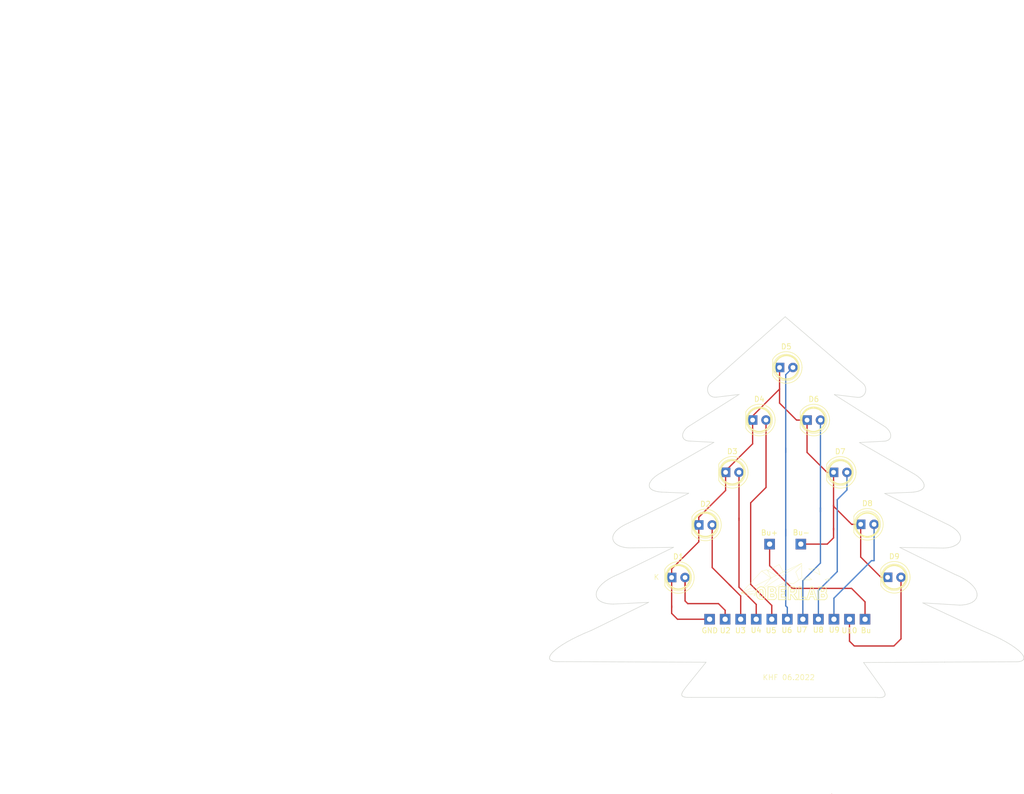
<source format=kicad_pcb>
(kicad_pcb (version 20241229) (generator "pcbnew") (generator_version "9.0")
  (layers (0 "F.Cu" signal) (2 "B.Cu" signal) (13 "F.Paste" user) (15 "B.Paste" user) (5 "F.SilkS" user) (7 "B.SilkS" user) (1 "F.Mask" user) (3 "B.Mask" user) (25 "Edge.Cuts" user))
  (net 0 "")
  (net 1 "Net-(D1-Pad1)")
  (net 2 "Net-(D1-Pad2)")
  (net 3 "Net-(D2-Pad2)")
  (net 4 "Net-(D3-Pad2)")
  (net 5 "Net-(D4-Pad2)")
  (net 6 "Net-(D5-Pad2)")
  (net 7 "Net-(D6-Pad2)")
  (net 8 "Net-(D7-Pad2)")
  (net 9 "Net-(D8-Pad2)")
  (net 10 "Net-(D9-Pad2)")
  (net 11 "Net-(U11-Pad1)")
  (footprint "LOGO" (layer "F.Cu") (at 0 0)
    (property "Reference" "G***" (hide yes))
    (property "Value" "LOGO" (hide yes))
  )
  (footprint "KHF_LIB:LP" (layer "F.Cu") (at 131.62 115.959)
    (property "Reference" "GND" (at 0.03 2.14 0) (layer "F.SilkS"))
    (property "Value" "LP")
    (pad "1" thru_hole rect (at 0 0) (size 2 2) (drill 1) (layers "*.Cu" "*.Mask") (net 1 "Net-(D1-Pad1)"))
  )
  (footprint "LED_THT:LED_D5.0mm" (layer "F.Cu") (at 129.57 98.09)
    (property "Reference" "D2" (at 1.27 -3.96 0) (layer "F.SilkS"))
    (property "Value" "LED")
    (pad "1" thru_hole rect (at 0 0) (size 1.8 1.8) (drill 0.9) (layers "*.Cu" "*.Mask") (net 1 "Net-(D1-Pad1)"))
    (pad "2" thru_hole circle (at 2.54 0) (size 1.8 1.8) (drill 0.9) (layers "*.Cu" "*.Mask") (net 3 "Net-(D2-Pad2)"))
  )
  (footprint "LED_THT:LED_D5.0mm" (layer "F.Cu") (at 134.65 88.11)
    (property "Reference" "D3" (at 1.27 -3.96 0) (layer "F.SilkS"))
    (property "Value" "LED")
    (pad "1" thru_hole rect (at 0 0) (size 1.8 1.8) (drill 0.9) (layers "*.Cu" "*.Mask") (net 1 "Net-(D1-Pad1)"))
    (pad "2" thru_hole circle (at 2.54 0) (size 1.8 1.8) (drill 0.9) (layers "*.Cu" "*.Mask") (net 4 "Net-(D3-Pad2)"))
  )
  (footprint "LED_THT:LED_D5.0mm" (layer "F.Cu") (at 139.77 78.2)
    (property "Reference" "D4" (at 1.27 -3.96 0) (layer "F.SilkS"))
    (property "Value" "LED")
    (pad "1" thru_hole rect (at 0 0) (size 1.8 1.8) (drill 0.9) (layers "*.Cu" "*.Mask") (net 1 "Net-(D1-Pad1)"))
    (pad "2" thru_hole circle (at 2.54 0) (size 1.8 1.8) (drill 0.9) (layers "*.Cu" "*.Mask") (net 5 "Net-(D4-Pad2)"))
  )
  (footprint "LED_THT:LED_D5.0mm" (layer "F.Cu") (at 144.87 68.24)
    (property "Reference" "D5" (at 1.27 -3.96 0) (layer "F.SilkS"))
    (property "Value" "LED")
    (pad "1" thru_hole rect (at 0 0) (size 1.8 1.8) (drill 0.9) (layers "*.Cu" "*.Mask") (net 1 "Net-(D1-Pad1)"))
    (pad "2" thru_hole circle (at 2.54 0) (size 1.8 1.8) (drill 0.9) (layers "*.Cu" "*.Mask") (net 6 "Net-(D5-Pad2)"))
  )
  (footprint "LED_THT:LED_D5.0mm" (layer "F.Cu") (at 150.08 78.21)
    (property "Reference" "D6" (at 1.27 -3.96 0) (layer "F.SilkS"))
    (property "Value" "LED")
    (pad "1" thru_hole rect (at 0 0) (size 1.8 1.8) (drill 0.9) (layers "*.Cu" "*.Mask") (net 1 "Net-(D1-Pad1)"))
    (pad "2" thru_hole circle (at 2.54 0) (size 1.8 1.8) (drill 0.9) (layers "*.Cu" "*.Mask") (net 7 "Net-(D6-Pad2)"))
  )
  (footprint "LED_THT:LED_D5.0mm" (layer "F.Cu") (at 155.1 88.12)
    (property "Reference" "D7" (at 1.27 -3.96 0) (layer "F.SilkS"))
    (property "Value" "LED")
    (pad "1" thru_hole rect (at 0 0) (size 1.8 1.8) (drill 0.9) (layers "*.Cu" "*.Mask") (net 1 "Net-(D1-Pad1)"))
    (pad "2" thru_hole circle (at 2.54 0) (size 1.8 1.8) (drill 0.9) (layers "*.Cu" "*.Mask") (net 8 "Net-(D7-Pad2)"))
  )
  (footprint "LED_THT:LED_D5.0mm" (layer "F.Cu") (at 160.24 97.97)
    (property "Reference" "D8" (at 1.27 -3.96 0) (layer "F.SilkS"))
    (property "Value" "LED")
    (pad "1" thru_hole rect (at 0 0) (size 1.8 1.8) (drill 0.9) (layers "*.Cu" "*.Mask") (net 1 "Net-(D1-Pad1)"))
    (pad "2" thru_hole circle (at 2.54 0) (size 1.8 1.8) (drill 0.9) (layers "*.Cu" "*.Mask") (net 9 "Net-(D8-Pad2)"))
  )
  (footprint "LED_THT:LED_D5.0mm" (layer "F.Cu") (at 165.34 108.01)
    (property "Reference" "D9" (at 1.27 -3.96 0) (layer "F.SilkS"))
    (property "Value" "LED")
    (pad "1" thru_hole rect (at 0 0) (size 1.8 1.8) (drill 0.9) (layers "*.Cu" "*.Mask") (net 1 "Net-(D1-Pad1)"))
    (pad "2" thru_hole circle (at 2.54 0) (size 1.8 1.8) (drill 0.9) (layers "*.Cu" "*.Mask") (net 10 "Net-(D9-Pad2)"))
  )
  (footprint "KHF_LIB:LP" (layer "F.Cu") (at 148.9 101.72)
    (property "Reference" "Bu-" (at 0.07 -2.18 0) (layer "F.SilkS"))
    (property "Value" "LP_GND")
    (pad "1" thru_hole rect (at 0 0) (size 2 2) (drill 1) (layers "*.Cu" "*.Mask") (net 1 "Net-(D1-Pad1)"))
  )
  (footprint "KHF_LIB:LP" (layer "F.Cu") (at 134.564454 115.959)
    (property "Reference" "U2" (at 0.025546 2.131 0) (layer "F.SilkS"))
    (property "Value" "LP")
    (pad "1" thru_hole rect (at 0 0) (size 2 2) (drill 1) (layers "*.Cu" "*.Mask") (net 2 "Net-(D1-Pad2)"))
  )
  (footprint "KHF_LIB:LP" (layer "F.Cu") (at 137.508908 115.959)
    (property "Reference" "U3" (at -0.048908 2.131 0) (layer "F.SilkS"))
    (property "Value" "LP")
    (pad "1" thru_hole rect (at 0 0) (size 2 2) (drill 1) (layers "*.Cu" "*.Mask") (net 3 "Net-(D2-Pad2)"))
  )
  (footprint "KHF_LIB:LP" (layer "F.Cu") (at 140.453362 115.959)
    (property "Reference" "U4" (at -0.023362 2.081 0) (layer "F.SilkS"))
    (property "Value" "LP")
    (pad "1" thru_hole rect (at 0 0) (size 2 2) (drill 1) (layers "*.Cu" "*.Mask") (net 4 "Net-(D3-Pad2)"))
  )
  (footprint "KHF_LIB:LP" (layer "F.Cu") (at 143.397816 115.959)
    (property "Reference" "U5" (at -0.137816 2.131 0) (layer "F.SilkS"))
    (property "Value" "LP")
    (pad "1" thru_hole rect (at 0 0) (size 2 2) (drill 1) (layers "*.Cu" "*.Mask") (net 5 "Net-(D4-Pad2)"))
  )
  (footprint "KHF_LIB:LP" (layer "F.Cu") (at 146.34227 115.959)
    (property "Reference" "U6" (at -0.08548 2.08 0) (layer "F.SilkS"))
    (property "Value" "LP")
    (pad "1" thru_hole rect (at 0 0) (size 2 2) (drill 1) (layers "*.Cu" "*.Mask") (net 6 "Net-(D5-Pad2)"))
  )
  (footprint "KHF_LIB:LP" (layer "F.Cu") (at 149.286724 115.959)
    (property "Reference" "U7" (at -0.213338 2 0) (layer "F.SilkS"))
    (property "Value" "LP")
    (pad "1" thru_hole rect (at 0 0) (size 2 2) (drill 1) (layers "*.Cu" "*.Mask") (net 7 "Net-(D6-Pad2)"))
  )
  (footprint "KHF_LIB:LP" (layer "F.Cu") (at 152.231178 115.959)
    (property "Reference" "U8" (at -0.021178 2.031 0) (layer "F.SilkS"))
    (property "Value" "LP")
    (pad "1" thru_hole rect (at 0 0) (size 2 2) (drill 1) (layers "*.Cu" "*.Mask") (net 8 "Net-(D7-Pad2)"))
  )
  (footprint "KHF_LIB:LP" (layer "F.Cu") (at 155.175632 115.959)
    (property "Reference" "U9" (at 0.054368 2.031 0) (layer "F.SilkS"))
    (property "Value" "LP")
    (pad "1" thru_hole rect (at 0 0) (size 2 2) (drill 1) (layers "*.Cu" "*.Mask") (net 9 "Net-(D8-Pad2)"))
  )
  (footprint "KHF_LIB:LP" (layer "F.Cu") (at 158.120086 115.959)
    (property "Reference" "U10" (at -0.020086 2.131 0) (layer "F.SilkS"))
    (property "Value" "LP")
    (pad "1" thru_hole rect (at 0 0) (size 2 2) (drill 1) (layers "*.Cu" "*.Mask") (net 10 "Net-(D9-Pad2)"))
  )
  (footprint "KHF_LIB:LP" (layer "F.Cu") (at 161.06454 115.959)
    (property "Reference" "Bu" (at 0.18 2.12 0) (layer "F.SilkS"))
    (property "Value" "LP")
    (pad "1" thru_hole rect (at 0 0) (size 2 2) (drill 1) (layers "*.Cu" "*.Mask") (net 11 "Net-(U11-Pad1)"))
  )
  (footprint "KHF_LIB:LP" (layer "F.Cu") (at 142.99 101.72)
    (property "Reference" "Bu+" (at -0.05 -2.16 0) (layer "F.SilkS"))
    (property "Value" "LP")
    (pad "1" thru_hole rect (at 0 0) (size 2 2) (drill 1) (layers "*.Cu" "*.Mask") (net 11 "Net-(U11-Pad1)"))
  )
  (footprint "LED_THT:LED_D5.0mm" (layer "F.Cu") (at 124.43 108.05)
    (property "Reference" "D1" (at 1.27 -3.96 0) (layer "F.SilkS"))
    (property "Value" "LED")
    (pad "1" thru_hole rect (at 0 0) (size 1.8 1.8) (drill 0.9) (layers "*.Cu" "*.Mask") (net 1 "Net-(D1-Pad1)"))
    (pad "2" thru_hole circle (at 2.54 0) (size 1.8 1.8) (drill 0.9) (layers "*.Cu" "*.Mask") (net 2 "Net-(D1-Pad2)"))
  )
  (footprint "!Goody:ob-logo_F.SilkS" (layer "F.Cu") (at 146.14 110)
    (property "Reference" "G***" (hide yes))
    (property "Value" "LOGO" (hide yes))
  )
  (footprint "LOGO" (layer "F.Cu") (at 0 0)
    (property "Reference" "G***" (hide yes))
    (property "Value" "LOGO" (hide yes))
  )
  (footprint "LOGO" (layer "F.Cu") (at 0 0)
    (property "Reference" "G***" (hide yes))
    (property "Value" "LOGO" (hide yes))
  )
  (footprint "LOGO" (layer "F.Cu") (at 0 0)
    (property "Reference" "G***" (hide yes))
    (property "Value" "LOGO" (hide yes))
  )
  (footprint "LOGO" (layer "F.Cu") (at 147.2 96.6)
    (property "Reference" "G***" (hide yes))
    (property "Value" "LOGO" (hide yes))
  )
  (footprint "LOGO" (layer "F.Cu") (at 0 0)
    (property "Reference" "G***" (hide yes))
    (property "Value" "LOGO" (hide yes))
  )
  (footprint "LOGO" (layer "F.Cu") (at 0 0)
    (property "Reference" "G***" (hide yes))
    (property "Value" "LOGO" (hide yes))
  )
  (gr_line (start 181.595598 112.598999) (end 181.782998 112.445799) (stroke (width 0.1)) (layer "Edge.Cuts"))
  (gr_line (start 181.378898 112.739399) (end 181.595598 112.598999) (stroke (width 0.1)) (layer "Edge.Cuts"))
  (gr_line (start 181.132898 112.866299) (end 181.378898 112.739399) (stroke (width 0.1)) (layer "Edge.Cuts"))
  (gr_line (start 180.857498 112.978599) (end 181.132898 112.866299) (stroke (width 0.1)) (layer "Edge.Cuts"))
  (gr_line (start 184.504098 118.638999) (end 183.175398 118.086099) (stroke (width 0.1)) (layer "Edge.Cuts"))
  (gr_line (start 180.218798 113.156399) (end 180.552798 113.075599) (stroke (width 0.1)) (layer "Edge.Cuts"))
  (gr_line (start 183.175398 118.086099) (end 171.978998 112.854399) (stroke (width 0.1)) (layer "Edge.Cuts"))
  (gr_line (start 179.463098 113.265899) (end 179.855598 113.220099) (stroke (width 0.1)) (layer "Edge.Cuts"))
  (gr_line (start 179.855598 113.220099) (end 180.218798 113.156399) (stroke (width 0.1)) (layer "Edge.Cuts"))
  (gr_line (start 180.552798 113.075599) (end 180.857498 112.978599) (stroke (width 0.1)) (layer "Edge.Cuts"))
  (gr_line (start 182.146898 110.637499) (end 182.040098 110.404799) (stroke (width 0.1)) (layer "Edge.Cuts"))
  (gr_line (start 181.941098 112.280799) (end 182.069698 112.104799) (stroke (width 0.1)) (layer "Edge.Cuts"))
  (gr_line (start 182.040098 110.404799) (end 181.903798 110.168799) (stroke (width 0.1)) (layer "Edge.Cuts"))
  (gr_line (start 182.224198 110.866199) (end 182.146898 110.637499) (stroke (width 0.1)) (layer "Edge.Cuts"))
  (gr_line (start 171.978998 112.854399) (end 179.041298 113.292799) (stroke (width 0.1)) (layer "Edge.Cuts"))
  (gr_line (start 182.271998 111.089999) (end 182.224198 110.866199) (stroke (width 0.1)) (layer "Edge.Cuts"))
  (gr_line (start 179.041298 113.292799) (end 179.463098 113.265899) (stroke (width 0.1)) (layer "Edge.Cuts"))
  (gr_line (start 182.290398 111.307999) (end 182.271998 111.089999) (stroke (width 0.1)) (layer "Edge.Cuts"))
  (gr_line (start 182.279298 111.519399) (end 182.290398 111.307999) (stroke (width 0.1)) (layer "Edge.Cuts"))
  (gr_line (start 182.238898 111.723199) (end 182.279298 111.519399) (stroke (width 0.1)) (layer "Edge.Cuts"))
  (gr_line (start 182.168998 111.918599) (end 182.238898 111.723199) (stroke (width 0.1)) (layer "Edge.Cuts"))
  (gr_line (start 181.782998 112.445799) (end 181.941098 112.280799) (stroke (width 0.1)) (layer "Edge.Cuts"))
  (gr_line (start 182.069698 112.104799) (end 182.168998 111.918599) (stroke (width 0.1)) (layer "Edge.Cuts"))
  (gr_line (start 178.290898 101.896599) (end 178.473198 101.776699) (stroke (width 0.1)) (layer "Edge.Cuts"))
  (gr_line (start 179.163698 100.708499) (end 179.169798 100.529899) (stroke (width 0.1)) (layer "Edge.Cuts"))
  (gr_line (start 178.636098 101.647499) (end 178.778798 101.509599) (stroke (width 0.1)) (layer "Edge.Cuts"))
  (gr_line (start 179.105098 100.158799) (end 179.032898 99.967299) (stroke (width 0.1)) (layer "Edge.Cuts"))
  (gr_line (start 178.804898 99.575499) (end 178.647698 99.376299) (stroke (width 0.1)) (layer "Edge.Cuts"))
  (gr_line (start 178.933098 99.772699) (end 178.804898 99.575499) (stroke (width 0.1)) (layer "Edge.Cuts"))
  (gr_line (start 178.778798 101.509599) (end 178.900498 101.363499) (stroke (width 0.1)) (layer "Edge.Cuts"))
  (gr_line (start 179.078398 101.048999) (end 179.132998 100.881699) (stroke (width 0.1)) (layer "Edge.Cuts"))
  (gr_line (start 176.670898 97.970799) (end 176.254398 97.775199) (stroke (width 0.1)) (layer "Edge.Cuts"))
  (gr_line (start 179.000698 101.209799) (end 179.078398 101.048999) (stroke (width 0.1)) (layer "Edge.Cuts"))
  (gr_line (start 177.052398 98.168899) (end 176.670898 97.970799) (stroke (width 0.1)) (layer "Edge.Cuts"))
  (gr_line (start 177.399598 98.368699) (end 177.052398 98.168899) (stroke (width 0.1)) (layer "Edge.Cuts"))
  (gr_line (start 177.713298 98.569899) (end 177.399598 98.368699) (stroke (width 0.1)) (layer "Edge.Cuts"))
  (gr_line (start 177.994198 98.771799) (end 177.713298 98.569899) (stroke (width 0.1)) (layer "Edge.Cuts"))
  (gr_line (start 179.032898 99.967299) (end 178.933098 99.772699) (stroke (width 0.1)) (layer "Edge.Cuts"))
  (gr_line (start 178.243098 98.973799) (end 177.994198 98.771799) (stroke (width 0.1)) (layer "Edge.Cuts"))
  (gr_line (start 178.460598 99.175499) (end 178.243098 98.973799) (stroke (width 0.1)) (layer "Edge.Cuts"))
  (gr_line (start 178.647698 99.376299) (end 178.460598 99.175499) (stroke (width 0.1)) (layer "Edge.Cuts"))
  (gr_line (start 179.150498 100.346499) (end 179.105098 100.158799) (stroke (width 0.1)) (layer "Edge.Cuts"))
  (gr_line (start 179.169798 100.529899) (end 179.150498 100.346499) (stroke (width 0.1)) (layer "Edge.Cuts"))
  (gr_line (start 179.132998 100.881699) (end 179.163698 100.708499) (stroke (width 0.1)) (layer "Edge.Cuts"))
  (gr_line (start 178.473198 101.776699) (end 178.636098 101.647499) (stroke (width 0.1)) (layer "Edge.Cuts"))
  (gr_line (start 178.900498 101.363499) (end 179.000698 101.209799) (stroke (width 0.1)) (layer "Edge.Cuts"))
  (gr_line (start 177.634798 102.195099) (end 177.870898 102.106299) (stroke (width 0.1)) (layer "Edge.Cuts"))
  (gr_line (start 176.221698 102.454899) (end 176.532798 102.429299) (stroke (width 0.1)) (layer "Edge.Cuts"))
  (gr_line (start 180.466298 108.734999) (end 180.123198 108.501099) (stroke (width 0.1)) (layer "Edge.Cuts"))
  (gr_line (start 178.916498 107.825499) (end 178.454998 107.611799) (stroke (width 0.1)) (layer "Edge.Cuts"))
  (gr_line (start 181.063598 109.210599) (end 180.779698 108.971799) (stroke (width 0.1)) (layer "Edge.Cuts"))
  (gr_line (start 178.089898 102.006699) (end 178.290898 101.896599) (stroke (width 0.1)) (layer "Edge.Cuts"))
  (gr_line (start 177.870898 102.106299) (end 178.089898 102.006699) (stroke (width 0.1)) (layer "Edge.Cuts"))
  (gr_line (start 179.750598 108.270899) (end 179.348398 108.045399) (stroke (width 0.1)) (layer "Edge.Cuts"))
  (gr_line (start 176.830398 102.389899) (end 177.113798 102.337399) (stroke (width 0.1)) (layer "Edge.Cuts"))
  (gr_line (start 177.963898 107.405499) (end 167.646598 102.352999) (stroke (width 0.1)) (layer "Edge.Cuts"))
  (gr_line (start 181.542798 109.690899) (end 181.317998 109.450599) (stroke (width 0.1)) (layer "Edge.Cuts"))
  (gr_line (start 181.317998 109.450599) (end 181.063598 109.210599) (stroke (width 0.1)) (layer "Edge.Cuts"))
  (gr_line (start 181.738098 109.930599) (end 181.542798 109.690899) (stroke (width 0.1)) (layer "Edge.Cuts"))
  (gr_line (start 175.897898 102.466199) (end 176.221698 102.454899) (stroke (width 0.1)) (layer "Edge.Cuts"))
  (gr_line (start 180.123198 108.501099) (end 179.750598 108.270899) (stroke (width 0.1)) (layer "Edge.Cuts"))
  (gr_line (start 167.646598 102.352999) (end 175.897898 102.466199) (stroke (width 0.1)) (layer "Edge.Cuts"))
  (gr_line (start 176.532798 102.429299) (end 176.830398 102.389899) (stroke (width 0.1)) (layer "Edge.Cuts"))
  (gr_line (start 178.454998 107.611799) (end 177.963898 107.405499) (stroke (width 0.1)) (layer "Edge.Cuts"))
  (gr_line (start 177.382098 102.272299) (end 177.634798 102.195099) (stroke (width 0.1)) (layer "Edge.Cuts"))
  (gr_line (start 179.348398 108.045399) (end 178.916498 107.825499) (stroke (width 0.1)) (layer "Edge.Cuts"))
  (gr_line (start 181.903798 110.168799) (end 181.738098 109.930599) (stroke (width 0.1)) (layer "Edge.Cuts"))
  (gr_line (start 180.779698 108.971799) (end 180.466298 108.734999) (stroke (width 0.1)) (layer "Edge.Cuts"))
  (gr_line (start 177.113798 102.337399) (end 177.382098 102.272299) (stroke (width 0.1)) (layer "Edge.Cuts"))
  (gr_line (start 170.447298 88.463799) (end 169.999098 88.207399) (stroke (width 0.1)) (layer "Edge.Cuts"))
  (gr_line (start 170.863498 88.740799) (end 170.447298 88.463799) (stroke (width 0.1)) (layer "Edge.Cuts"))
  (gr_line (start 165.725198 80.413599) (end 165.571798 80.170499) (stroke (width 0.1)) (layer "Edge.Cuts"))
  (gr_line (start 165.137298 82.142599) (end 165.392698 82.042699) (stroke (width 0.1)) (layer "Edge.Cuts"))
  (gr_line (start 171.240198 89.033499) (end 170.863498 88.740799) (stroke (width 0.1)) (layer "Edge.Cuts"))
  (gr_line (start 165.861098 81.561799) (end 165.922198 81.355399) (stroke (width 0.1)) (layer "Edge.Cuts"))
  (gr_line (start 165.937898 81.133099) (end 165.909498 80.899199) (stroke (width 0.1)) (layer "Edge.Cuts"))
  (gr_line (start 165.909498 80.899199) (end 165.838198 80.657899) (stroke (width 0.1)) (layer "Edge.Cuts"))
  (gr_line (start 164.470198 82.226099) (end 164.830198 82.205199) (stroke (width 0.1)) (layer "Edge.Cuts"))
  (gr_line (start 165.922198 81.355399) (end 165.937898 81.133099) (stroke (width 0.1)) (layer "Edge.Cuts"))
  (gr_line (start 164.830198 82.205199) (end 165.137298 82.142599) (stroke (width 0.1)) (layer "Edge.Cuts"))
  (gr_line (start 160.007698 82.459699) (end 164.470198 82.226099) (stroke (width 0.1)) (layer "Edge.Cuts"))
  (gr_line (start 171.569598 89.336499) (end 171.240198 89.033499) (stroke (width 0.1)) (layer "Edge.Cuts"))
  (gr_line (start 164.579598 79.296299) (end 155.233098 73.374499) (stroke (width 0.1)) (layer "Edge.Cuts"))
  (gr_line (start 164.881998 79.491499) (end 164.579598 79.296299) (stroke (width 0.1)) (layer "Edge.Cuts"))
  (gr_line (start 165.597598 81.909799) (end 165.753298 81.748099) (stroke (width 0.1)) (layer "Edge.Cuts"))
  (gr_line (start 169.999098 88.207399) (end 160.007698 82.459699) (stroke (width 0.1)) (layer "Edge.Cuts"))
  (gr_line (start 165.148898 79.705199) (end 164.881998 79.491499) (stroke (width 0.1)) (layer "Edge.Cuts"))
  (gr_line (start 165.379298 79.932899) (end 165.148898 79.705199) (stroke (width 0.1)) (layer "Edge.Cuts"))
  (gr_line (start 165.571798 80.170499) (end 165.379298 79.932899) (stroke (width 0.1)) (layer "Edge.Cuts"))
  (gr_line (start 165.392698 82.042699) (end 165.597598 81.909799) (stroke (width 0.1)) (layer "Edge.Cuts"))
  (gr_line (start 165.753298 81.748099) (end 165.861098 81.561799) (stroke (width 0.1)) (layer "Edge.Cuts"))
  (gr_line (start 165.838198 80.657899) (end 165.725198 80.413599) (stroke (width 0.1)) (layer "Edge.Cuts"))
  (gr_line (start 171.843998 89.644999) (end 171.569598 89.336499) (stroke (width 0.1)) (layer "Edge.Cuts"))
  (gr_line (start 172.055698 89.953599) (end 171.843998 89.644999) (stroke (width 0.1)) (layer "Edge.Cuts"))
  (gr_line (start 171.904798 91.321499) (end 172.026398 91.208399) (stroke (width 0.1)) (layer "Edge.Cuts"))
  (gr_line (start 172.196998 90.257399) (end 172.135598 90.106499) (stroke (width 0.1)) (layer "Edge.Cuts"))
  (gr_line (start 172.237798 90.829899) (end 172.260198 90.692799) (stroke (width 0.1)) (layer "Edge.Cuts"))
  (gr_line (start 171.136498 91.691299) (end 171.372698 91.612499) (stroke (width 0.1)) (layer "Edge.Cuts"))
  (gr_line (start 172.026398 91.208399) (end 172.121798 91.088399) (stroke (width 0.1)) (layer "Edge.Cuts"))
  (gr_line (start 170.237598 91.863999) (end 170.569898 91.817699) (stroke (width 0.1)) (layer "Edge.Cuts"))
  (gr_line (start 172.135598 90.106499) (end 172.055698 89.953599) (stroke (width 0.1)) (layer "Edge.Cuts"))
  (gr_line (start 171.578898 91.524199) (end 171.755898 91.426999) (stroke (width 0.1)) (layer "Edge.Cuts"))
  (gr_line (start 172.238898 90.405899) (end 172.196998 90.257399) (stroke (width 0.1)) (layer "Edge.Cuts"))
  (gr_line (start 172.260198 90.551199) (end 172.238898 90.405899) (stroke (width 0.1)) (layer "Edge.Cuts"))
  (gr_line (start 172.260198 90.692799) (end 172.260198 90.551199) (stroke (width 0.1)) (layer "Edge.Cuts"))
  (gr_line (start 172.191998 90.961999) (end 172.237798 90.829899) (stroke (width 0.1)) (layer "Edge.Cuts"))
  (gr_line (start 172.121798 91.088399) (end 172.191998 90.961999) (stroke (width 0.1)) (layer "Edge.Cuts"))
  (gr_line (start 169.033298 91.927999) (end 169.871398 91.898299) (stroke (width 0.1)) (layer "Edge.Cuts"))
  (gr_line (start 176.254398 97.775199) (end 164.768098 92.107999) (stroke (width 0.1)) (layer "Edge.Cuts"))
  (gr_line (start 171.372698 91.612499) (end 171.578898 91.524199) (stroke (width 0.1)) (layer "Edge.Cuts"))
  (gr_line (start 169.871398 91.898299) (end 170.237598 91.863999) (stroke (width 0.1)) (layer "Edge.Cuts"))
  (gr_line (start 164.768098 92.107999) (end 169.033298 91.927999) (stroke (width 0.1)) (layer "Edge.Cuts"))
  (gr_line (start 171.755898 91.426999) (end 171.904798 91.321499) (stroke (width 0.1)) (layer "Edge.Cuts"))
  (gr_line (start 170.869198 91.759899) (end 171.136498 91.691299) (stroke (width 0.1)) (layer "Edge.Cuts"))
  (gr_line (start 170.569898 91.817699) (end 170.869198 91.759899) (stroke (width 0.1)) (layer "Edge.Cuts"))
  (gr_line (start 190.504498 122.215599) (end 190.278998 121.998099) (stroke (width 0.1)) (layer "Edge.Cuts"))
  (gr_line (start 190.299698 123.985899) (end 190.531498 123.936199) (stroke (width 0.1)) (layer "Edge.Cuts"))
  (gr_line (start 191.003998 123.688999) (end 191.088998 123.575999) (stroke (width 0.1)) (layer "Edge.Cuts"))
  (gr_line (start 190.855998 122.622899) (end 190.504498 122.215599) (stroke (width 0.1)) (layer "Edge.Cuts"))
  (gr_line (start 190.030298 124.018199) (end 190.299698 123.985899) (stroke (width 0.1)) (layer "Edge.Cuts"))
  (gr_line (start 189.722798 124.032499) (end 190.030298 124.018199) (stroke (width 0.1)) (layer "Edge.Cuts"))
  (gr_line (start 190.980998 122.811299) (end 190.855998 122.622899) (stroke (width 0.1)) (layer "Edge.Cuts"))
  (gr_line (start 190.531498 123.936199) (end 190.725898 123.869699) (stroke (width 0.1)) (layer "Edge.Cuts"))
  (gr_line (start 187.805798 120.275999) (end 186.822198 119.739099) (stroke (width 0.1)) (layer "Edge.Cuts"))
  (gr_line (start 191.071998 122.988799) (end 190.980998 122.811299) (stroke (width 0.1)) (layer "Edge.Cuts"))
  (gr_line (start 189.407998 121.297699) (end 188.668698 120.797199) (stroke (width 0.1)) (layer "Edge.Cuts"))
  (gr_line (start 191.150998 123.308199) (end 191.128998 123.154599) (stroke (width 0.1)) (layer "Edge.Cuts"))
  (gr_line (start 190.725898 123.869699) (end 190.882998 123.786999) (stroke (width 0.1)) (layer "Edge.Cuts"))
  (gr_line (start 191.088998 123.575999) (end 191.137998 123.448899) (stroke (width 0.1)) (layer "Edge.Cuts"))
  (gr_line (start 185.720698 119.191799) (end 184.504098 118.638999) (stroke (width 0.1)) (layer "Edge.Cuts"))
  (gr_line (start 186.822198 119.739099) (end 185.720698 119.191799) (stroke (width 0.1)) (layer "Edge.Cuts"))
  (gr_line (start 188.668698 120.797199) (end 187.805798 120.275999) (stroke (width 0.1)) (layer "Edge.Cuts"))
  (gr_line (start 191.128998 123.154599) (end 191.071998 122.988799) (stroke (width 0.1)) (layer "Edge.Cuts"))
  (gr_line (start 190.882998 123.786999) (end 191.003998 123.688999) (stroke (width 0.1)) (layer "Edge.Cuts"))
  (gr_line (start 190.278998 121.998099) (end 190.020898 121.772199) (stroke (width 0.1)) (layer "Edge.Cuts"))
  (gr_line (start 191.137998 123.448899) (end 191.150998 123.308199) (stroke (width 0.1)) (layer "Edge.Cuts"))
  (gr_line (start 190.020898 121.772199) (end 189.407998 121.297699) (stroke (width 0.1)) (layer "Edge.Cuts"))
  (gr_line (start 164.744898 130.560199) (end 164.821298 130.447799) (stroke (width 0.1)) (layer "Edge.Cuts"))
  (gr_line (start 164.648498 129.573599) (end 164.506598 129.335799) (stroke (width 0.1)) (layer "Edge.Cuts"))
  (gr_line (start 176.145898 124.078899) (end 176.145898 124.078899) (stroke (width 0.1)) (layer "Edge.Cuts"))
  (gr_line (start 164.630298 130.651999) (end 164.744898 130.560199) (stroke (width 0.1)) (layer "Edge.Cuts"))
  (gr_line (start 164.826598 129.985999) (end 164.755398 129.790299) (stroke (width 0.1)) (layer "Edge.Cuts"))
  (gr_line (start 160.789298 124.162199) (end 176.145898 124.078899) (stroke (width 0.1)) (layer "Edge.Cuts"))
  (gr_line (start 164.860098 130.314699) (end 164.861698 130.160799) (stroke (width 0.1)) (layer "Edge.Cuts"))
  (gr_line (start 164.755398 129.790299) (end 164.648498 129.573599) (stroke (width 0.1)) (layer "Edge.Cuts"))
  (gr_line (start 164.861698 130.160799) (end 164.826598 129.985999) (stroke (width 0.1)) (layer "Edge.Cuts"))
  (gr_line (start 164.476998 130.723199) (end 164.630298 130.651999) (stroke (width 0.1)) (layer "Edge.Cuts"))
  (gr_line (start 164.821298 130.447799) (end 164.860098 130.314699) (stroke (width 0.1)) (layer "Edge.Cuts"))
  (gr_line (start 189.376998 124.028099) (end 189.722798 124.032499) (stroke (width 0.1)) (layer "Edge.Cuts"))
  (gr_line (start 176.145898 124.078899) (end 189.376998 124.028099) (stroke (width 0.1)) (layer "Edge.Cuts"))
  (gr_line (start 110.205498 110.805799) (end 110.155998 111.024799) (stroke (width 0.1)) (layer "Edge.Cuts"))
  (gr_line (start 126.584498 81.531799) (end 126.692398 81.717999) (stroke (width 0.1)) (layer "Edge.Cuts"))
  (gr_line (start 103.776898 120.767199) (end 103.037598 121.267599) (stroke (width 0.1)) (layer "Edge.Cuts"))
  (gr_line (start 126.507698 81.103099) (end 126.523398 81.325399) (stroke (width 0.1)) (layer "Edge.Cuts"))
  (gr_line (start 113.640698 99.545499) (end 113.512498 99.742699) (stroke (width 0.1)) (layer "Edge.Cuts"))
  (gr_line (start 116.191198 97.745199) (end 115.774698 97.940799) (stroke (width 0.1)) (layer "Edge.Cuts"))
  (gr_line (start 122.446598 88.177399) (end 121.998398 88.433799) (stroke (width 0.1)) (layer "Edge.Cuts"))
  (gr_line (start 110.184198 111.641199) (end 110.252498 111.830199) (stroke (width 0.1)) (layer "Edge.Cuts"))
  (gr_line (start 110.820198 112.479899) (end 111.035798 112.611399) (stroke (width 0.1)) (layer "Edge.Cuts"))
  (gr_line (start 120.689698 91.396899) (end 120.866798 91.494099) (stroke (width 0.1)) (layer "Edge.Cuts"))
  (gr_line (start 101.914098 123.906099) (end 102.145798 123.955899) (stroke (width 0.1)) (layer "Edge.Cuts"))
  (gr_line (start 120.601698 89.614999) (end 120.389998 89.923599) (stroke (width 0.1)) (layer "Edge.Cuts"))
  (gr_line (start 115.615198 102.359899) (end 115.912798 102.399199) (stroke (width 0.1)) (layer "Edge.Cuts"))
  (gr_line (start 110.477498 112.177999) (end 110.634098 112.335199) (stroke (width 0.1)) (layer "Edge.Cuts"))
  (gr_line (start 113.528698 107.794999) (end 113.096398 108.014399) (stroke (width 0.1)) (layer "Edge.Cuts"))
  (gr_line (start 160.729298 73.561499) (end 160.881198 73.403399) (stroke (width 0.1)) (layer "Edge.Cuts"))
  (gr_line (start 112.192398 112.987299) (end 112.555198 113.039299) (stroke (width 0.1)) (layer "Edge.Cuts"))
  (gr_line (start 126.439998 130.510399) (end 126.553098 130.597199) (stroke (width 0.1)) (layer "Edge.Cuts"))
  (gr_line (start 126.848098 81.879799) (end 127.052998 82.012699) (stroke (width 0.1)) (layer "Edge.Cuts"))
  (gr_line (start 145.941298 58.618599) (end 131.706498 71.289399) (stroke (width 0.1)) (layer "Edge.Cuts"))
  (gr_line (start 110.135898 111.237699) (end 110.145398 111.443399) (stroke (width 0.1)) (layer "Edge.Cuts"))
  (gr_line (start 114.574698 102.076299) (end 114.810798 102.164999) (stroke (width 0.1)) (layer "Edge.Cuts"))
  (gr_line (start 126.536198 80.869199) (end 126.507698 81.103099) (stroke (width 0.1)) (layer "Edge.Cuts"))
  (gr_line (start 112.319998 108.468199) (end 111.976098 108.700799) (stroke (width 0.1)) (layer "Edge.Cuts"))
  (gr_line (start 160.900498 71.509499) (end 160.739098 71.319399) (stroke (width 0.1)) (layer "Edge.Cuts"))
  (gr_line (start 120.248598 90.227399) (end 120.206798 90.375899) (stroke (width 0.1)) (layer "Edge.Cuts"))
  (gr_line (start 126.401998 129.964599) (end 126.351998 130.132799) (stroke (width 0.1)) (layer "Edge.Cuts"))
  (gr_line (start 116.299698 124.048899) (end 130.948798 124.107099) (stroke (width 0.1)) (layer "Edge.Cuts"))
  (gr_line (start 101.748698 122.394099) (end 101.589598 122.592899) (stroke (width 0.1)) (layer "Edge.Cuts"))
  (gr_line (start 114.481698 107.375399) (end 113.990498 107.581699) (stroke (width 0.1)) (layer "Edge.Cuts"))
  (gr_line (start 120.185398 90.662799) (end 120.207898 90.799899) (stroke (width 0.1)) (layer "Edge.Cuts"))
  (gr_line (start 110.894598 109.648399) (end 110.697898 109.885199) (stroke (width 0.1)) (layer "Edge.Cuts"))
  (gr_line (start 121.309198 91.661199) (end 121.576498 91.729899) (stroke (width 0.1)) (layer "Edge.Cuts"))
  (gr_line (start 120.389998 89.923599) (end 120.309998 90.076399) (stroke (width 0.1)) (layer "Edge.Cuts"))
  (gr_line (start 105.623398 119.709099) (end 104.639798 120.245999) (stroke (width 0.1)) (layer "Edge.Cuts"))
  (gr_line (start 126.771598 129.320099) (end 126.613098 129.559199) (stroke (width 0.1)) (layer "Edge.Cuts"))
  (gr_line (start 164.506598 129.335799) (end 164.330098 129.076799) (stroke (width 0.1)) (layer "Edge.Cuts"))
  (gr_line (start 131.545198 71.479399) (end 131.418598 71.684099) (stroke (width 0.1)) (layer "Edge.Cuts"))
  (gr_line (start 120.419198 91.178399) (end 120.540898 91.291499) (stroke (width 0.1)) (layer "Edge.Cuts"))
  (gr_line (start 132.437998 82.429599) (end 122.446598 88.177399) (stroke (width 0.1)) (layer "Edge.Cuts"))
  (gr_line (start 102.145798 123.955899) (end 102.415298 123.988199) (stroke (width 0.1)) (layer "Edge.Cuts"))
  (gr_line (start 121.205398 89.003399) (end 120.876098 89.306499) (stroke (width 0.1)) (layer "Edge.Cuts"))
  (gr_line (start 120.185398 90.521199) (end 120.185398 90.662799) (stroke (width 0.1)) (layer "Edge.Cuts"))
  (gr_line (start 161.201798 72.600199) (end 161.206398 72.376599) (stroke (width 0.1)) (layer "Edge.Cuts"))
  (gr_line (start 115.063498 102.242199) (end 115.331798 102.307399) (stroke (width 0.1)) (layer "Edge.Cuts"))
  (gr_line (start 123.412398 91.897999) (end 127.677598 92.077899) (stroke (width 0.1)) (layer "Edge.Cuts"))
  (gr_line (start 131.279398 72.788699) (end 131.345198 72.997999) (stroke (width 0.1)) (layer "Edge.Cuts"))
  (gr_line (start 115.393198 98.138799) (end 115.045998 98.338699) (stroke (width 0.1)) (layer "Edge.Cuts"))
  (gr_line (start 159.575598 73.897299) (end 159.856398 73.903999) (stroke (width 0.1)) (layer "Edge.Cuts"))
  (gr_line (start 160.549998 73.694599) (end 160.729298 73.561499) (stroke (width 0.1)) (layer "Edge.Cuts"))
  (gr_line (start 101.941098 122.185599) (end 101.748698 122.394099) (stroke (width 0.1)) (layer "Edge.Cuts"))
  (gr_line (start 110.145398 111.443399) (end 110.184198 111.641199) (stroke (width 0.1)) (layer "Edge.Cuts"))
  (gr_line (start 120.323798 91.058399) (end 120.419198 91.178399) (stroke (width 0.1)) (layer "Edge.Cuts"))
  (gr_line (start 120.207898 90.799899) (end 120.253698 90.931999) (stroke (width 0.1)) (layer "Edge.Cuts"))
  (gr_line (start 164.284498 130.773999) (end 164.476998 130.723199) (stroke (width 0.1)) (layer "Edge.Cuts"))
  (gr_line (start 102.424698 121.742199) (end 102.166498 121.968099) (stroke (width 0.1)) (layer "Edge.Cuts"))
  (gr_line (start 115.774698 97.940799) (end 115.393198 98.138799) (stroke (width 0.1)) (layer "Edge.Cuts"))
  (gr_line (start 101.441198 123.658899) (end 101.562098 123.756999) (stroke (width 0.1)) (layer "Edge.Cuts"))
  (gr_line (start 113.312598 100.851699) (end 113.367198 101.018999) (stroke (width 0.1)) (layer "Edge.Cuts"))
  (gr_line (start 127.296698 79.675199) (end 127.066298 79.902899) (stroke (width 0.1)) (layer "Edge.Cuts"))
  (gr_line (start 126.710298 130.665999) (end 126.912898 130.717699) (stroke (width 0.1)) (layer "Edge.Cuts"))
  (gr_line (start 113.797898 99.346199) (end 113.640698 99.545499) (stroke (width 0.1)) (layer "Edge.Cuts"))
  (gr_line (start 114.355698 101.976699) (end 114.574698 102.076299) (stroke (width 0.1)) (layer "Edge.Cuts"))
  (gr_line (start 115.912798 102.399199) (end 116.223898 102.424799) (stroke (width 0.1)) (layer "Edge.Cuts"))
  (gr_line (start 132.332798 73.839799) (end 132.589298 73.873999) (stroke (width 0.1)) (layer "Edge.Cuts"))
  (gr_line (start 103.037598 121.267599) (end 102.424698 121.742199) (stroke (width 0.1)) (layer "Edge.Cuts"))
  (gr_line (start 126.720498 80.383599) (end 126.607498 80.627899) (stroke (width 0.1)) (layer "Edge.Cuts"))
  (gr_line (start 101.294498 123.278199) (end 101.307798 123.418899) (stroke (width 0.1)) (layer "Edge.Cuts"))
  (gr_line (start 132.589298 73.873999) (end 132.869998 73.867299) (stroke (width 0.1)) (layer "Edge.Cuts"))
  (gr_line (start 114.810798 102.164999) (end 115.063498 102.242199) (stroke (width 0.1)) (layer "Edge.Cuts"))
  (gr_line (start 127.162198 130.753399) (end 127.459698 130.773999) (stroke (width 0.1)) (layer "Edge.Cuts"))
  (gr_line (start 113.340498 100.128699) (end 113.295098 100.316499) (stroke (width 0.1)) (layer "Edge.Cuts"))
  (gr_line (start 101.719598 123.839599) (end 101.914098 123.906099) (stroke (width 0.1)) (layer "Edge.Cuts"))
  (gr_line (start 111.555198 112.831099) (end 111.859098 112.917599) (stroke (width 0.1)) (layer "Edge.Cuts"))
  (gr_line (start 161.166198 72.818699) (end 161.201798 72.600199) (stroke (width 0.1)) (layer "Edge.Cuts"))
  (gr_line (start 127.459698 130.773999) (end 128.203998 130.773399) (stroke (width 0.1)) (layer "Edge.Cuts"))
  (gr_line (start 128.203998 130.773399) (end 163.111798 130.773399) (stroke (width 0.1)) (layer "Edge.Cuts"))
  (gr_line (start 161.206398 72.376599) (end 161.179298 72.151699) (stroke (width 0.1)) (layer "Edge.Cuts"))
  (gr_line (start 113.412698 99.937299) (end 113.340498 100.128699) (stroke (width 0.1)) (layer "Edge.Cuts"))
  (gr_line (start 126.607498 80.627899) (end 126.536198 80.869199) (stroke (width 0.1)) (layer "Edge.Cuts"))
  (gr_line (start 121.072898 91.582499) (end 121.309198 91.661199) (stroke (width 0.1)) (layer "Edge.Cuts"))
  (gr_line (start 121.998398 88.433799) (end 121.582098 88.710799) (stroke (width 0.1)) (layer "Edge.Cuts"))
  (gr_line (start 126.523398 81.325399) (end 126.584498 81.531799) (stroke (width 0.1)) (layer "Edge.Cuts"))
  (gr_line (start 102.166498 121.968099) (end 101.941098 122.185599) (stroke (width 0.1)) (layer "Edge.Cuts"))
  (gr_line (start 101.562098 123.756999) (end 101.719598 123.839599) (stroke (width 0.1)) (layer "Edge.Cuts"))
  (gr_line (start 120.866798 91.494099) (end 121.072898 91.582499) (stroke (width 0.1)) (layer "Edge.Cuts"))
  (gr_line (start 106.724898 119.161699) (end 105.623398 119.709099) (stroke (width 0.1)) (layer "Edge.Cuts"))
  (gr_line (start 110.697898 109.885199) (end 110.530598 110.120199) (stroke (width 0.1)) (layer "Edge.Cuts"))
  (gr_line (start 137.212598 73.344499) (end 127.865998 79.266199) (stroke (width 0.1)) (layer "Edge.Cuts"))
  (gr_line (start 114.732298 98.539899) (end 114.451398 98.741799) (stroke (width 0.1)) (layer "Edge.Cuts"))
  (gr_line (start 114.451398 98.741799) (end 114.202498 98.943799) (stroke (width 0.1)) (layer "Edge.Cuts"))
  (gr_line (start 120.206798 90.375899) (end 120.185398 90.521199) (stroke (width 0.1)) (layer "Edge.Cuts"))
  (gr_line (start 127.308398 82.112599) (end 127.615398 82.175199) (stroke (width 0.1)) (layer "Edge.Cuts"))
  (gr_line (start 113.512498 99.742699) (end 113.412698 99.937299) (stroke (width 0.1)) (layer "Edge.Cuts"))
  (gr_line (start 102.415298 123.988199) (end 102.722698 124.002499) (stroke (width 0.1)) (layer "Edge.Cuts"))
  (gr_line (start 127.187598 128.764099) (end 126.771598 129.320099) (stroke (width 0.1)) (layer "Edge.Cuts"))
  (gr_line (start 131.325798 71.899499) (end 131.266298 72.121699) (stroke (width 0.1)) (layer "Edge.Cuts"))
  (gr_line (start 131.440498 73.194299) (end 131.564398 73.373399) (stroke (width 0.1)) (layer "Edge.Cuts"))
  (gr_line (start 163.779698 130.814199) (end 164.052198 130.804299) (stroke (width 0.1)) (layer "Edge.Cuts"))
  (gr_line (start 110.392798 110.352599) (end 110.284398 110.581399) (stroke (width 0.1)) (layer "Edge.Cuts"))
  (gr_line (start 121.875798 91.787699) (end 122.208098 91.833999) (stroke (width 0.1)) (layer "Edge.Cuts"))
  (gr_line (start 132.869998 73.867299) (end 137.212598 73.344499) (stroke (width 0.1)) (layer "Edge.Cuts"))
  (gr_line (start 116.223898 102.424799) (end 116.547698 102.436099) (stroke (width 0.1)) (layer "Edge.Cuts"))
  (gr_line (start 161.119798 71.929599) (end 161.027098 71.714199) (stroke (width 0.1)) (layer "Edge.Cuts"))
  (gr_line (start 113.367198 101.018999) (end 113.444898 101.179699) (stroke (width 0.1)) (layer "Edge.Cuts"))
  (gr_line (start 103.068598 123.998099) (end 116.299698 124.048899) (stroke (width 0.1)) (layer "Edge.Cuts"))
  (gr_line (start 115.045998 98.338699) (end 114.732298 98.539899) (stroke (width 0.1)) (layer "Edge.Cuts"))
  (gr_line (start 126.912898 130.717699) (end 127.162198 130.753399) (stroke (width 0.1)) (layer "Edge.Cuts"))
  (gr_line (start 113.295098 100.316499) (end 113.275798 100.499899) (stroke (width 0.1)) (layer "Edge.Cuts"))
  (gr_line (start 116.547698 102.436099) (end 124.799098 102.322999) (stroke (width 0.1)) (layer "Edge.Cuts"))
  (gr_line (start 113.809498 101.617499) (end 113.972398 101.746699) (stroke (width 0.1)) (layer "Edge.Cuts"))
  (gr_line (start 164.119398 128.796599) (end 160.789298 124.162199) (stroke (width 0.1)) (layer "Edge.Cuts"))
  (gr_line (start 107.941398 118.608999) (end 106.724898 119.161699) (stroke (width 0.1)) (layer "Edge.Cuts"))
  (gr_line (start 127.066298 79.902899) (end 126.873798 80.140499) (stroke (width 0.1)) (layer "Edge.Cuts"))
  (gr_line (start 131.706498 71.289399) (end 131.545198 71.479399) (stroke (width 0.1)) (layer "Edge.Cuts"))
  (gr_line (start 127.975498 82.196099) (end 132.437998 82.429599) (stroke (width 0.1)) (layer "Edge.Cuts"))
  (gr_line (start 101.464298 122.781299) (end 101.373098 122.958799) (stroke (width 0.1)) (layer "Edge.Cuts"))
  (gr_line (start 132.101298 73.768599) (end 132.332798 73.839799) (stroke (width 0.1)) (layer "Edge.Cuts"))
  (gr_line (start 114.154698 101.866599) (end 114.355698 101.976699) (stroke (width 0.1)) (layer "Edge.Cuts"))
  (gr_line (start 127.052998 82.012699) (end 127.308398 82.112599) (stroke (width 0.1)) (layer "Edge.Cuts"))
  (gr_line (start 110.350298 112.009399) (end 110.477498 112.177999) (stroke (width 0.1)) (layer "Edge.Cuts"))
  (gr_line (start 161.005198 73.224299) (end 161.100498 73.028099) (stroke (width 0.1)) (layer "Edge.Cuts"))
  (gr_line (start 122.574298 91.868299) (end 123.412398 91.897999) (stroke (width 0.1)) (layer "Edge.Cuts"))
  (gr_line (start 111.976098 108.700799) (end 111.661498 108.935999) (stroke (width 0.1)) (layer "Edge.Cuts"))
  (gr_line (start 111.120798 109.410599) (end 110.894598 109.648399) (stroke (width 0.1)) (layer "Edge.Cuts"))
  (gr_line (start 126.873798 80.140499) (end 126.720498 80.383599) (stroke (width 0.1)) (layer "Edge.Cuts"))
  (gr_line (start 126.553098 130.597199) (end 126.710298 130.665999) (stroke (width 0.1)) (layer "Edge.Cuts"))
  (gr_line (start 113.444898 101.179699) (end 113.545098 101.333499) (stroke (width 0.1)) (layer "Edge.Cuts"))
  (gr_line (start 113.096398 108.014399) (end 112.693498 108.239099) (stroke (width 0.1)) (layer "Edge.Cuts"))
  (gr_line (start 163.466398 130.803899) (end 163.779698 130.814199) (stroke (width 0.1)) (layer "Edge.Cuts"))
  (gr_line (start 110.530598 110.120199) (end 110.392798 110.352599) (stroke (width 0.1)) (layer "Edge.Cuts"))
  (gr_line (start 159.856398 73.903999) (end 160.112898 73.869799) (stroke (width 0.1)) (layer "Edge.Cuts"))
  (gr_line (start 131.716398 73.531499) (end 131.895598 73.664599) (stroke (width 0.1)) (layer "Edge.Cuts"))
  (gr_line (start 126.613098 129.559199) (end 126.489498 129.773699) (stroke (width 0.1)) (layer "Edge.Cuts"))
  (gr_line (start 161.027098 71.714199) (end 160.900498 71.509499) (stroke (width 0.1)) (layer "Edge.Cuts"))
  (gr_line (start 121.582098 88.710799) (end 121.205398 89.003399) (stroke (width 0.1)) (layer "Edge.Cuts"))
  (gr_line (start 111.280798 112.728799) (end 111.555198 112.831099) (stroke (width 0.1)) (layer "Edge.Cuts"))
  (gr_line (start 130.948798 124.107099) (end 127.187598 128.764099) (stroke (width 0.1)) (layer "Edge.Cuts"))
  (gr_line (start 131.564398 73.373399) (end 131.716398 73.531499) (stroke (width 0.1)) (layer "Edge.Cuts"))
  (gr_line (start 113.545098 101.333499) (end 113.666798 101.479599) (stroke (width 0.1)) (layer "Edge.Cuts"))
  (gr_line (start 113.666798 101.479599) (end 113.809498 101.617499) (stroke (width 0.1)) (layer "Edge.Cuts"))
  (gr_line (start 126.692398 81.717999) (end 126.848098 81.879799) (stroke (width 0.1)) (layer "Edge.Cuts"))
  (gr_line (start 101.356498 123.545999) (end 101.441198 123.658899) (stroke (width 0.1)) (layer "Edge.Cuts"))
  (gr_line (start 120.079498 112.753999) (end 109.270098 118.056099) (stroke (width 0.1)) (layer "Edge.Cuts"))
  (gr_line (start 111.859098 112.917599) (end 112.192398 112.987299) (stroke (width 0.1)) (layer "Edge.Cuts"))
  (gr_line (start 155.233098 73.374499) (end 159.575598 73.897299) (stroke (width 0.1)) (layer "Edge.Cuts"))
  (gr_line (start 114.202498 98.943799) (end 113.984898 99.145499) (stroke (width 0.1)) (layer "Edge.Cuts"))
  (gr_line (start 164.052198 130.804299) (end 164.284498 130.773999) (stroke (width 0.1)) (layer "Edge.Cuts"))
  (gr_line (start 102.722698 124.002499) (end 103.068598 123.998099) (stroke (width 0.1)) (layer "Edge.Cuts"))
  (gr_line (start 120.309998 90.076399) (end 120.248598 90.227399) (stroke (width 0.1)) (layer "Edge.Cuts"))
  (gr_line (start 127.677598 92.077899) (end 116.191198 97.745199) (stroke (width 0.1)) (layer "Edge.Cuts"))
  (gr_line (start 110.634098 112.335199) (end 110.820198 112.479899) (stroke (width 0.1)) (layer "Edge.Cuts"))
  (gr_line (start 115.331798 102.307399) (end 115.615198 102.359899) (stroke (width 0.1)) (layer "Edge.Cuts"))
  (gr_line (start 127.865998 79.266199) (end 127.563698 79.461499) (stroke (width 0.1)) (layer "Edge.Cuts"))
  (gr_line (start 127.615398 82.175199) (end 127.975498 82.196099) (stroke (width 0.1)) (layer "Edge.Cuts"))
  (gr_line (start 164.330098 129.076799) (end 164.119398 128.796599) (stroke (width 0.1)) (layer "Edge.Cuts"))
  (gr_line (start 111.661498 108.935999) (end 111.376398 109.172899) (stroke (width 0.1)) (layer "Edge.Cuts"))
  (gr_line (start 131.895598 73.664599) (end 132.101298 73.768599) (stroke (width 0.1)) (layer "Edge.Cuts"))
  (gr_line (start 160.739098 71.319399) (end 145.941298 58.618599) (stroke (width 0.1)) (layer "Edge.Cuts"))
  (gr_line (start 126.340798 130.279199) (end 126.369598 130.404699) (stroke (width 0.1)) (layer "Edge.Cuts"))
  (gr_line (start 163.111798 130.773399) (end 163.466398 130.803899) (stroke (width 0.1)) (layer "Edge.Cuts"))
  (gr_line (start 113.990498 107.581699) (end 113.528698 107.794999) (stroke (width 0.1)) (layer "Edge.Cuts"))
  (gr_line (start 122.208098 91.833999) (end 122.574298 91.868299) (stroke (width 0.1)) (layer "Edge.Cuts"))
  (gr_line (start 101.373098 122.958799) (end 101.316398 123.124599) (stroke (width 0.1)) (layer "Edge.Cuts"))
  (gr_line (start 101.316398 123.124599) (end 101.294498 123.278199) (stroke (width 0.1)) (layer "Edge.Cuts"))
  (gr_line (start 113.275798 100.499899) (end 113.281898 100.678499) (stroke (width 0.1)) (layer "Edge.Cuts"))
  (gr_line (start 131.266298 72.121699) (end 131.239198 72.346499) (stroke (width 0.1)) (layer "Edge.Cuts"))
  (gr_line (start 120.540898 91.291499) (end 120.689698 91.396899) (stroke (width 0.1)) (layer "Edge.Cuts"))
  (gr_line (start 110.155998 111.024799) (end 110.135898 111.237699) (stroke (width 0.1)) (layer "Edge.Cuts"))
  (gr_line (start 160.112898 73.869799) (end 160.344298 73.798699) (stroke (width 0.1)) (layer "Edge.Cuts"))
  (gr_line (start 161.179298 72.151699) (end 161.119798 71.929599) (stroke (width 0.1)) (layer "Edge.Cuts"))
  (gr_line (start 160.344298 73.798699) (end 160.549998 73.694599) (stroke (width 0.1)) (layer "Edge.Cuts"))
  (gr_line (start 124.799098 102.322999) (end 114.481698 107.375399) (stroke (width 0.1)) (layer "Edge.Cuts"))
  (gr_line (start 131.418598 71.684099) (end 131.325798 71.899499) (stroke (width 0.1)) (layer "Edge.Cuts"))
  (gr_line (start 104.639798 120.245999) (end 103.776898 120.767199) (stroke (width 0.1)) (layer "Edge.Cuts"))
  (gr_line (start 120.876098 89.306499) (end 120.601698 89.614999) (stroke (width 0.1)) (layer "Edge.Cuts"))
  (gr_line (start 131.243798 72.570199) (end 131.279398 72.788699) (stroke (width 0.1)) (layer "Edge.Cuts"))
  (gr_line (start 111.376398 109.172899) (end 111.120798 109.410599) (stroke (width 0.1)) (layer "Edge.Cuts"))
  (gr_line (start 110.284398 110.581399) (end 110.205498 110.805799) (stroke (width 0.1)) (layer "Edge.Cuts"))
  (gr_line (start 109.270098 118.056099) (end 107.941398 118.608999) (stroke (width 0.1)) (layer "Edge.Cuts"))
  (gr_line (start 113.281898 100.678499) (end 113.312598 100.851699) (stroke (width 0.1)) (layer "Edge.Cuts"))
  (gr_line (start 131.345198 72.997999) (end 131.440498 73.194299) (stroke (width 0.1)) (layer "Edge.Cuts"))
  (gr_line (start 131.239198 72.346499) (end 131.243798 72.570199) (stroke (width 0.1)) (layer "Edge.Cuts"))
  (gr_line (start 113.369098 113.086799) (end 120.079498 112.753999) (stroke (width 0.1)) (layer "Edge.Cuts"))
  (gr_line (start 101.589598 122.592899) (end 101.464298 122.781299) (stroke (width 0.1)) (layer "Edge.Cuts"))
  (gr_line (start 160.881198 73.403399) (end 161.005198 73.224299) (stroke (width 0.1)) (layer "Edge.Cuts"))
  (gr_line (start 101.307798 123.418899) (end 101.356498 123.545999) (stroke (width 0.1)) (layer "Edge.Cuts"))
  (gr_line (start 112.947398 113.072799) (end 113.369098 113.086799) (stroke (width 0.1)) (layer "Edge.Cuts"))
  (gr_line (start 120.253698 90.931999) (end 120.323798 91.058399) (stroke (width 0.1)) (layer "Edge.Cuts"))
  (gr_line (start 113.972398 101.746699) (end 114.154698 101.866599) (stroke (width 0.1)) (layer "Edge.Cuts"))
  (gr_line (start 113.984898 99.145499) (end 113.797898 99.346199) (stroke (width 0.1)) (layer "Edge.Cuts"))
  (gr_line (start 126.369598 130.404699) (end 126.439998 130.510399) (stroke (width 0.1)) (layer "Edge.Cuts"))
  (gr_line (start 121.576498 91.729899) (end 121.875798 91.787699) (stroke (width 0.1)) (layer "Edge.Cuts"))
  (gr_line (start 161.100498 73.028099) (end 161.166198 72.818699) (stroke (width 0.1)) (layer "Edge.Cuts"))
  (gr_line (start 112.555198 113.039299) (end 112.947398 113.072799) (stroke (width 0.1)) (layer "Edge.Cuts"))
  (gr_line (start 127.563698 79.461499) (end 127.296698 79.675199) (stroke (width 0.1)) (layer "Edge.Cuts"))
  (gr_line (start 126.489498 129.773699) (end 126.401998 129.964599) (stroke (width 0.1)) (layer "Edge.Cuts"))
  (gr_line (start 110.252498 111.830199) (end 110.350298 112.009399) (stroke (width 0.1)) (layer "Edge.Cuts"))
  (gr_line (start 112.693498 108.239099) (end 112.319998 108.468199) (stroke (width 0.1)) (layer "Edge.Cuts"))
  (gr_line (start 111.035798 112.611399) (end 111.280798 112.728799) (stroke (width 0.1)) (layer "Edge.Cuts"))
  (gr_line (start 126.351998 130.132799) (end 126.340798 130.279199) (stroke (width 0.1)) (layer "Edge.Cuts"))
  (gr_text "KHF 06.2022" (at 146.62 126.99 0) (layer "F.SilkS") (effects (font (size 1 1) (thickness 0.1))))
  (gr_text "K" (at 121.56 107.99 0) (layer "F.SilkS") (effects (font (size 1 1) (thickness 0.1))))
  (segment (start 139.77 82.71) (end 139.77 78.2) (width 0.25) (layer "F.Cu") (net 1))
  (segment (start 155.1 94.37) (end 155.1 98.75) (width 0.25) (layer "F.Cu") (net 1))
  (segment (start 131.62 115.959) (end 125.539 115.959) (width 0.25) (layer "F.Cu") (net 1))
  (segment (start 153.91 101.72) (end 155.1 100.53) (width 0.25) (layer "F.Cu") (net 1))
  (segment (start 139.77 78.2) (end 139.77 77.43) (width 0.25) (layer "F.Cu") (net 1))
  (segment (start 144.87 72.33) (end 144.87 68.24) (width 0.25) (layer "F.Cu") (net 1))
  (segment (start 160.24 104.17) (end 164.08 108.01) (width 0.25) (layer "F.Cu") (net 1))
  (segment (start 155.1 94.54) (end 158.1 97.54) (width 0.25) (layer "F.Cu") (net 1))
  (segment (start 124.43 106.42) (end 129.57 101.28) (width 0.25) (layer "F.Cu") (net 1))
  (segment (start 124.43 108.05) (end 124.43 106.42) (width 0.25) (layer "F.Cu") (net 1))
  (segment (start 134.65 87.83) (end 139.77 82.71) (width 0.25) (layer "F.Cu") (net 1))
  (segment (start 150.08 84.34) (end 153.86 88.12) (width 0.25) (layer "F.Cu") (net 1))
  (segment (start 129.57 101.28) (end 129.57 98.09) (width 0.25) (layer "F.Cu") (net 1))
  (segment (start 124.43 114.85) (end 124.43 113.45) (width 0.25) (layer "F.Cu") (net 1))
  (segment (start 129.57 96.63) (end 134.65 91.55) (width 0.25) (layer "F.Cu") (net 1))
  (segment (start 148.09 78.21) (end 150.08 78.21) (width 0.25) (layer "F.Cu") (net 1))
  (segment (start 153.86 88.12) (end 155.1 88.12) (width 0.25) (layer "F.Cu") (net 1))
  (segment (start 148.9 101.72) (end 153.91 101.72) (width 0.25) (layer "F.Cu") (net 1))
  (segment (start 155.1 88.12) (end 155.1 94.37) (width 0.25) (layer "F.Cu") (net 1))
  (segment (start 150.08 78.21) (end 150.08 84.34) (width 0.25) (layer "F.Cu") (net 1))
  (segment (start 125.539 115.959) (end 124.43 114.85) (width 0.25) (layer "F.Cu") (net 1))
  (segment (start 129.57 98.09) (end 129.57 96.63) (width 0.25) (layer "F.Cu") (net 1))
  (segment (start 144.87 72.33) (end 144.87 74.99) (width 0.25) (layer "F.Cu") (net 1))
  (segment (start 158.1 97.54) (end 158.53 97.97) (width 0.25) (layer "F.Cu") (net 1))
  (segment (start 134.65 88.11) (end 134.65 87.83) (width 0.25) (layer "F.Cu") (net 1))
  (segment (start 158.53 97.97) (end 160.24 97.97) (width 0.25) (layer "F.Cu") (net 1))
  (segment (start 155.1 98.75) (end 155.1 99.03) (width 0.25) (layer "F.Cu") (net 1))
  (segment (start 160.24 97.97) (end 160.24 104.17) (width 0.25) (layer "F.Cu") (net 1))
  (segment (start 164.08 108.01) (end 165.34 108.01) (width 0.25) (layer "F.Cu") (net 1))
  (segment (start 155.1 94.37) (end 155.1 94.54) (width 0.25) (layer "F.Cu") (net 1))
  (segment (start 134.65 91.55) (end 134.65 88.11) (width 0.25) (layer "F.Cu") (net 1))
  (segment (start 155.1 100.53) (end 155.1 98.75) (width 0.25) (layer "F.Cu") (net 1))
  (segment (start 144.87 74.99) (end 148.09 78.21) (width 0.25) (layer "F.Cu") (net 1))
  (segment (start 124.43 113.45) (end 124.43 108.05) (width 0.25) (layer "F.Cu") (net 1))
  (segment (start 124.43 113.77) (end 124.43 113.45) (width 0.25) (layer "F.Cu") (net 1))
  (segment (start 139.77 77.43) (end 144.87 72.33) (width 0.25) (layer "F.Cu") (net 1))
  (segment (start 133.3 113) (end 134.564454 114.264454) (width 0.25) (layer "F.Cu") (net 2))
  (segment (start 127.48 113) (end 133.3 113) (width 0.25) (layer "F.Cu") (net 2))
  (segment (start 126.97 108.05) (end 126.97 110.84) (width 0.25) (layer "F.Cu") (net 2))
  (segment (start 126.97 108.05) (end 126.97 112.49) (width 0.25) (layer "F.Cu") (net 2))
  (segment (start 134.564454 114.264454) (end 134.564454 115.959) (width 0.25) (layer "F.Cu") (net 2))
  (segment (start 126.97 112.49) (end 127.48 113) (width 0.25) (layer "F.Cu") (net 2))
  (segment (start 135.335 109.385) (end 135.722 109.772) (width 0.25) (layer "F.Cu") (net 3))
  (segment (start 137.508908 111.558908) (end 135.335 109.385) (width 0.25) (layer "F.Cu") (net 3))
  (segment (start 137.508908 115.959) (end 137.508908 111.558908) (width 0.25) (layer "F.Cu") (net 3))
  (segment (start 132.11 98.09) (end 132.11 106.16) (width 0.25) (layer "F.Cu") (net 3))
  (segment (start 132.11 106.16) (end 135.335 109.385) (width 0.25) (layer "F.Cu") (net 3))
  (segment (start 137.19 97.26) (end 137.19 96.79) (width 0.25) (layer "F.Cu") (net 4))
  (segment (start 137.19 96.79) (end 137.19 109.89) (width 0.25) (layer "F.Cu") (net 4))
  (segment (start 140.453362 113.153362) (end 140.453362 115.959) (width 0.25) (layer "F.Cu") (net 4))
  (segment (start 137.19 96.79) (end 137.19 88.11) (width 0.25) (layer "F.Cu") (net 4))
  (segment (start 137.19 109.89) (end 140.453362 113.153362) (width 0.25) (layer "F.Cu") (net 4))
  (segment (start 139.4 93.89) (end 139.4 109.35) (width 0.25) (layer "F.Cu") (net 5))
  (segment (start 143.397816 113.347816) (end 143.397816 115.959) (width 0.25) (layer "F.Cu") (net 5))
  (segment (start 139.4 109.35) (end 143.397816 113.347816) (width 0.25) (layer "F.Cu") (net 5))
  (segment (start 142.31 78.2) (end 142.31 90.98) (width 0.25) (layer "F.Cu") (net 5))
  (segment (start 142.31 90.98) (end 139.4 93.89) (width 0.25) (layer "F.Cu") (net 5))
  (segment (start 146.04 83.55) (end 146.04 98.94) (width 0.25) (layer "B.Cu") (net 6))
  (segment (start 146.04 113.42) (end 146.34227 113.72227) (width 0.25) (layer "B.Cu") (net 6))
  (segment (start 146.04 98.94) (end 146.04 113.42) (width 0.25) (layer "B.Cu") (net 6))
  (segment (start 146.04 83.55) (end 146.04 69.61) (width 0.25) (layer "B.Cu") (net 6))
  (segment (start 146.34227 113.72227) (end 146.34227 115.959) (width 0.25) (layer "B.Cu") (net 6))
  (segment (start 146.04 98.94) (end 146.04 100.17) (width 0.25) (layer "B.Cu") (net 6))
  (segment (start 146.04 84.33) (end 146.04 83.55) (width 0.25) (layer "B.Cu") (net 6))
  (segment (start 146.04 69.61) (end 147.41 68.24) (width 0.25) (layer "B.Cu") (net 6))
  (segment (start 152.62 94.87) (end 152.62 105.31) (width 0.25) (layer "B.Cu") (net 7))
  (segment (start 152.62 94.87) (end 152.62 95.6) (width 0.25) (layer "B.Cu") (net 7))
  (segment (start 149.286724 108.643276) (end 149.286724 115.959) (width 0.25) (layer "B.Cu") (net 7))
  (segment (start 152.62 78.21) (end 152.62 94.87) (width 0.25) (layer "B.Cu") (net 7))
  (segment (start 152.62 105.31) (end 149.286724 108.643276) (width 0.25) (layer "B.Cu") (net 7))
  (segment (start 155.802 93.298) (end 157.64 91.46) (width 0.25) (layer "B.Cu") (net 8))
  (segment (start 152.231178 110.508822) (end 152.231178 115.959) (width 0.25) (layer "B.Cu") (net 8))
  (segment (start 155.802 93.298) (end 155.802 106.938) (width 0.25) (layer "B.Cu") (net 8))
  (segment (start 155.802 106.938) (end 152.231178 110.508822) (width 0.25) (layer "B.Cu") (net 8))
  (segment (start 157.64 91.46) (end 157.64 88.12) (width 0.25) (layer "B.Cu") (net 8))
  (segment (start 155.175632 111.964368) (end 162.28 104.86) (width 0.25) (layer "B.Cu") (net 9))
  (segment (start 155.175632 115.959) (end 155.175632 111.964368) (width 0.25) (layer "B.Cu") (net 9))
  (segment (start 162.78 97.97) (end 162.78 104.86) (width 0.25) (layer "B.Cu") (net 9))
  (segment (start 162.28 104.86) (end 162.78 104.86) (width 0.25) (layer "B.Cu") (net 9))
  (segment (start 166.53 121.03) (end 159.03 121.03) (width 0.25) (layer "F.Cu") (net 10))
  (segment (start 159.03 121.03) (end 158.120086 120.120086) (width 0.25) (layer "F.Cu") (net 10))
  (segment (start 167.88 119.68) (end 166.53 121.03) (width 0.25) (layer "F.Cu") (net 10))
  (segment (start 167.88 108.01) (end 167.88 119.68) (width 0.25) (layer "F.Cu") (net 10))
  (segment (start 158.120086 120.120086) (end 158.120086 115.959) (width 0.25) (layer "F.Cu") (net 10))
  (segment (start 142.99 105.81) (end 144.39 107.21) (width 0.25) (layer "F.Cu") (net 11))
  (segment (start 143.91 106.73) (end 144.39 107.21) (width 0.25) (layer "F.Cu") (net 11))
  (segment (start 142.99 101.72) (end 142.99 105.81) (width 0.25) (layer "F.Cu") (net 11))
  (segment (start 144.39 107.21) (end 147.29 110.11) (width 0.25) (layer "F.Cu") (net 11))
  (segment (start 147.29 110.11) (end 158.51 110.11) (width 0.25) (layer "F.Cu") (net 11))
  (segment (start 161.06454 112.66454) (end 161.06454 115.959) (width 0.25) (layer "F.Cu") (net 11))
  (segment (start 158.51 110.11) (end 161.06454 112.66454) (width 0.25) (layer "F.Cu") (net 11))
)
</source>
